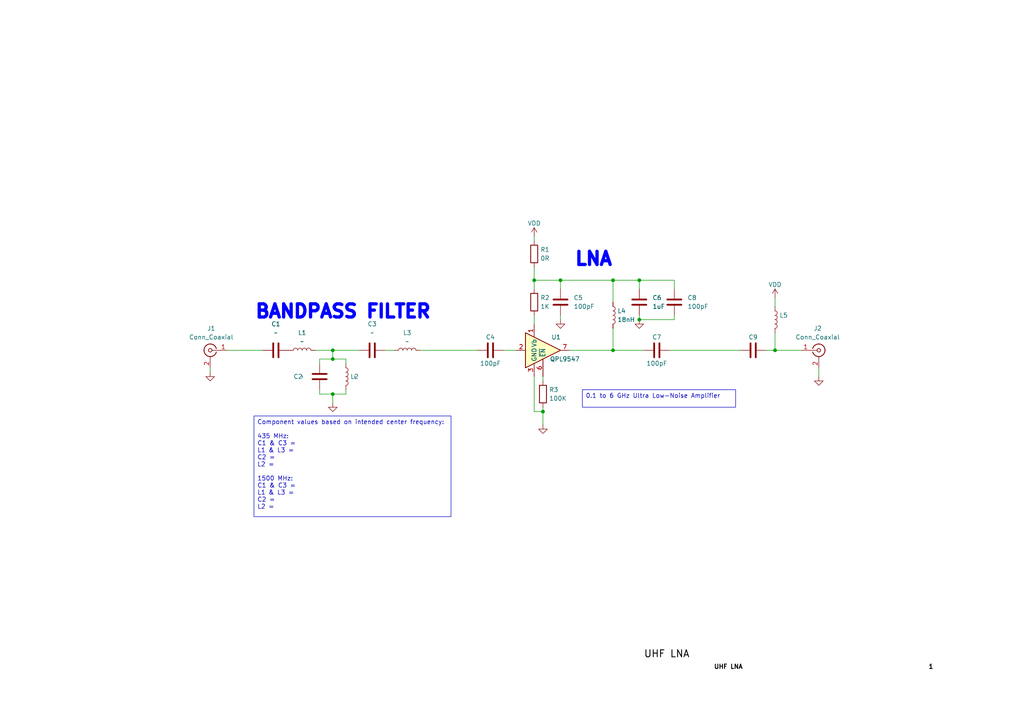
<source format=kicad_sch>
(kicad_sch (version 20230121) (generator eeschema)
  (paper "A4")
  (lib_symbols
    (symbol "Connector:Conn_Coaxial" (pin_names (offset 1.016) hide)
      (property "Reference" "J" (at 0.254 3.048 0))
      (property "Value" "Conn_Coaxial" (at 2.921 0 90))
      (symbol "Conn_Coaxial_0_1"
        (arc (start -1.778 -0.508) (mid 0.2311 -1.8066) (end 1.778 0) (stroke (width 0.254)))
        (polyline (pts (xy -2.54 0) (xy -0.508 0)))
        (polyline (pts (xy 0 -2.54) (xy 0 -1.778)))
        (circle (center 0 0) (radius 0.508) (stroke (width 0.2032)))
        (arc (start 1.778 0) (mid 0.2099 1.8101) (end -1.778 0.508) (stroke (width 0.254)))
      )
      (symbol "Conn_Coaxial_1_1"
        (pin passive line (at -5.08 0 0) (length 2.54) (name "In") (number "1"))
        (pin passive line (at 0 -5.08 90) (length 2.54) (name "Ext") (number "2"))
      )
    )
    (symbol "Device:C" (pin_numbers hide) (pin_names (offset 0.254))
      (property "Reference" "C" (at 0.635 2.54 0))
      (property "Value" "C" (at 0.635 -2.54 0))
      (symbol "C_0_1"
        (polyline (pts (xy -2.032 -0.762) (xy 2.032 -0.762)) (stroke (width 0.508)))
        (polyline (pts (xy -2.032 0.762) (xy 2.032 0.762)) (stroke (width 0.508)))
      )
      (symbol "C_1_1"
        (pin passive line (at 0 3.81 270) (length 2.794) (name "~") (number "1"))
        (pin passive line (at 0 -3.81 90) (length 2.794) (name "~") (number "2"))
      )
    )
    (symbol "Device:L" (pin_numbers hide) (pin_names (offset 1.016) hide)
      (property "Reference" "L" (at -1.27 0 90))
      (property "Value" "L" (at 1.905 0 90))
      (symbol "L_0_1"
        (arc (start 0 -2.54) (mid 0.6323 -1.905) (end 0 -1.27))
        (arc (start 0 -1.27) (mid 0.6323 -0.635) (end 0 0))
        (arc (start 0 0) (mid 0.6323 0.635) (end 0 1.27))
        (arc (start 0 1.27) (mid 0.6323 1.905) (end 0 2.54))
      )
      (symbol "L_1_1"
        (pin passive line (at 0 3.81 270) (length 1.27) (name "1") (number "1"))
        (pin passive line (at 0 -3.81 90) (length 1.27) (name "2") (number "2"))
      )
    )
    (symbol "Device:R" (pin_numbers hide) (pin_names (offset 0))
      (property "Reference" "R" (at 2.032 0 90))
      (property "Value" "R" (at 0 0 90))
      (symbol "R_0_1"
        (rectangle (start -1.016 -2.54) (end 1.016 2.54) (stroke (width 0.254)))
      )
      (symbol "R_1_1"
        (pin passive line (at 0 3.81 270) (length 1.27) (name "~") (number "1"))
        (pin passive line (at 0 -3.81 90) (length 1.27) (name "~") (number "2"))
      )
    )
    (symbol "RF_Amplifier:QPL9547"
      (property "Reference" "U" (at 1.27 10.16 0))
      (property "Value" "QPL9547" (at 5.08 5.08 0))
      (symbol "QPL9547_0_1"
        (polyline (pts (xy 5.08 0) (xy -5.08 5.08) (xy -5.08 -5.08) (xy 5.08 0)) (stroke (width 0.254)) (fill (type background)))
      )
      (symbol "QPL9547_1_1"
        (pin power_in line (at -2.54 7.62 270) (length 3.81) (name "Vb") (number "1"))
        (pin input line (at -7.62 0 0) (length 2.54) (name "~") (number "2"))
        (pin power_in line (at -2.54 -7.62 90) (length 3.81) (name "GND") (number "3"))
        (pin passive line (at -2.54 -7.62 90) (length 3.81) hide (name "GND") (number "4"))
        (pin passive line (at -2.54 -7.62 90) (length 3.81) hide (name "GND") (number "5"))
        (pin passive line (at 0 -7.62 90) (length 5.08) (name "~{EN}") (number "6"))
        (pin output line (at 7.62 0 180) (length 2.54) (name "~") (number "7"))
        (pin passive line (at -2.54 -7.62 90) (length 3.81) hide (name "GND") (number "8"))
        (pin passive line (at -2.54 -7.62 90) (length 3.81) hide (name "GND") (number "9"))
      )
    )
    (symbol "power:GND" (power) (pin_numbers hide) (pin_names (offset 0) hide)
      (property "Value" "GND" (at 0 -3.81 0))
      (symbol "GND_0_1"
        (polyline (pts (xy 0 0) (xy 0 -1.27) (xy 1.27 -1.27) (xy 0 -2.54) (xy -1.27 -1.27) (xy 0 -1.27)))
      )
      (symbol "GND_1_1"
        (pin power_in line (at 0 0 270) (length 0) hide (name "GND") (number "1"))
      )
    )
    (symbol "power:VDD" (power) (pin_numbers hide) (pin_names (offset 0) hide)
      (property "Value" "VDD" (at 0 3.81 0))
      (symbol "VDD_0_1"
        (polyline (pts (xy -0.762 1.27) (xy 0 2.54)))
        (polyline (pts (xy 0 0) (xy 0 2.54)))
        (polyline (pts (xy 0 2.54) (xy 0.762 1.27)))
      )
      (symbol "VDD_1_1"
        (pin power_in line (at 0 0 90) (length 0) hide (name "VDD") (number "1"))
      )
    )
  )
  (junction (at 224.79 101.6))
  (junction (at 96.52 101.6))
  (junction (at 157.48 119.38))
  (junction (at 162.56 81.28))
  (junction (at 185.42 81.28))
  (junction (at 96.52 114.3))
  (junction (at 177.8 81.28))
  (junction (at 177.8 101.6))
  (junction (at 96.52 104.14))
  (junction (at 154.94 81.28))
  (junction (at 185.42 92.71))
  (wire (pts (xy 146.05 101.6) (xy 149.86 101.6)))
  (wire (pts (xy 195.58 81.28) (xy 185.42 81.28)))
  (wire (pts (xy 92.71 105.41) (xy 92.71 104.14)))
  (wire (pts (xy 177.8 87.63) (xy 177.8 81.28)))
  (wire (pts (xy 185.42 92.71) (xy 195.58 92.71)))
  (wire (pts (xy 154.94 77.47) (xy 154.94 81.28)))
  (wire (pts (xy 177.8 81.28) (xy 185.42 81.28)))
  (wire (pts (xy 177.8 101.6) (xy 186.69 101.6)))
  (wire (pts (xy 162.56 91.44) (xy 162.56 92.71)))
  (wire (pts (xy 96.52 104.14) (xy 96.52 101.6)))
  (wire (pts (xy 224.79 101.6) (xy 232.41 101.6)))
  (wire (pts (xy 100.33 104.14) (xy 96.52 104.14)))
  (wire (pts (xy 195.58 91.44) (xy 195.58 92.71)))
  (wire (pts (xy 194.31 101.6) (xy 214.63 101.6)))
  (wire (pts (xy 162.56 81.28) (xy 177.8 81.28)))
  (wire (pts (xy 154.94 81.28) (xy 162.56 81.28)))
  (wire (pts (xy 96.52 114.3) (xy 96.52 116.84)))
  (wire (pts (xy 154.94 119.38) (xy 157.48 119.38)))
  (wire (pts (xy 157.48 119.38) (xy 157.48 123.19)))
  (wire (pts (xy 100.33 113.03) (xy 100.33 114.3)))
  (wire (pts (xy 121.92 101.6) (xy 138.43 101.6)))
  (wire (pts (xy 60.96 106.68) (xy 60.96 107.95)))
  (wire (pts (xy 91.44 101.6) (xy 96.52 101.6)))
  (wire (pts (xy 96.52 101.6) (xy 104.14 101.6)))
  (wire (pts (xy 165.1 101.6) (xy 177.8 101.6)))
  (wire (pts (xy 92.71 113.03) (xy 92.71 114.3)))
  (wire (pts (xy 92.71 104.14) (xy 96.52 104.14)))
  (wire (pts (xy 177.8 95.25) (xy 177.8 101.6)))
  (wire (pts (xy 237.49 106.68) (xy 237.49 109.22)))
  (wire (pts (xy 154.94 68.58) (xy 154.94 69.85)))
  (wire (pts (xy 185.42 91.44) (xy 185.42 92.71)))
  (wire (pts (xy 222.25 101.6) (xy 224.79 101.6)))
  (wire (pts (xy 195.58 81.28) (xy 195.58 83.82)))
  (wire (pts (xy 66.04 101.6) (xy 76.2 101.6)))
  (wire (pts (xy 100.33 114.3) (xy 96.52 114.3)))
  (wire (pts (xy 100.33 105.41) (xy 100.33 104.14)))
  (wire (pts (xy 162.56 81.28) (xy 162.56 83.82)))
  (wire (pts (xy 111.76 101.6) (xy 114.3 101.6)))
  (wire (pts (xy 157.48 118.11) (xy 157.48 119.38)))
  (wire (pts (xy 224.79 86.36) (xy 224.79 88.9)))
  (wire (pts (xy 157.48 109.22) (xy 157.48 110.49)))
  (wire (pts (xy 154.94 91.44) (xy 154.94 93.98)))
  (wire (pts (xy 154.94 109.22) (xy 154.94 119.38)))
  (wire (pts (xy 224.79 96.52) (xy 224.79 101.6)))
  (wire (pts (xy 92.71 114.3) (xy 96.52 114.3)))
  (wire (pts (xy 185.42 83.82) (xy 185.42 81.28)))
  (wire (pts (xy 154.94 83.82) (xy 154.94 81.28)))
  (text_box "Component values based on intended center frequency:\n\n435 MHz:\nC1 & C3 = \nL1 & L3 = \nC2 = \nL2 = \n\n1500 MHz:\nC1 & C3 = \nL1 & L3 = \nC2 = \nL2 = \n\n" (at 73.66 120.65 0) (size 57.15 29.21) (effects (font (size 1.27 1.27)) (justify left top)))
  (text_box "0.1 to 6 GHz Ultra Low-Noise Amplifier\n" (at 168.91 113.03 0) (size 44.45 5.08) (effects (font (size 1.27 1.27)) (justify left top)))
  (text "LNA" (at 166.37 77.47 0) (effects (font (size 3.81 3.81) (thickness 1.016) bold) (justify left bottom)))
  (text "1" (at 269.24 194.31 0) (effects (font (size 1.27 1.27) (thickness 0.254) bold) (justify left bottom)))
  (text "BANDPASS FILTER" (at 73.66 92.71 0) (effects (font (size 3.81 3.81) (thickness 1.016) bold) (justify left bottom)))
  (text "UHF LNA" (at 207.01 194.31 0) (effects (font (size 1.27 1.27) (thickness 0.254) bold) (justify left bottom)))
  (text "UHF LNA" (at 186.69 191.008 0) (effects (font (size 2.032 2.032) (thickness 0.254) bold) (justify left bottom)))
  (symbol (lib_id "Device:R") (at 154.94 87.63 0) (unit 1)
    (property "Reference" "R2" (at 156.718 86.36 0) (effects (justify left)))
    (property "Value" "1K" (at 156.718 88.9 0) (effects (justify left)))
  )
  (symbol (lib_id "Device:C") (at 162.56 87.63 0) (unit 1)
    (property "Reference" "C5" (at 166.37 86.36 0) (effects (justify left)))
    (property "Value" "100pF" (at 166.37 88.9 0) (effects (justify left)))
  )
  (symbol (lib_id "power:GND") (at 157.48 123.19 0) (unit 1)
    (property "Reference" "#PWR04" (effects hide))
    (property "Value" "GND" (effects hide))
  )
  (symbol (lib_id "power:GND") (at 237.49 109.22 0) (unit 1)
    (property "Reference" "#PWR07" (effects hide))
    (property "Value" "GND" (effects hide))
  )
  (symbol (lib_id "power:GND") (at 96.52 116.84 0) (unit 1)
    (property "Reference" "#PWR02" (effects hide))
    (property "Value" "GND" (effects hide))
  )
  (symbol (lib_id "power:GND") (at 185.42 92.71 0) (unit 1)
    (property "Reference" "#PWR06" (effects hide))
    (property "Value" "GND" (effects hide))
  )
  (symbol (lib_id "power:GND") (at 60.96 107.95 0) (unit 1)
    (property "Reference" "#PWR01" (effects hide))
    (property "Value" "GND" (effects hide))
  )
  (symbol (lib_id "Device:C") (at 92.71 109.22 180) (unit 1)
    (property "Reference" "C2" (at 85.09 109.22 0) (effects (justify right)))
    (property "Value" "~" (at 87.63 109.22 90))
  )
  (symbol (lib_id "Device:L") (at 177.8 91.44 0) (unit 1)
    (property "Reference" "L4" (at 179.07 90.17 0) (effects (justify left)))
    (property "Value" "18nH" (at 179.07 92.71 0) (effects (justify left)))
  )
  (symbol (lib_id "Device:C") (at 190.5 101.6 90) (unit 1)
    (property "Reference" "C7" (at 190.5 97.79 90))
    (property "Value" "100pF" (at 190.5 105.41 90))
  )
  (symbol (lib_id "Device:C") (at 195.58 87.63 0) (unit 1)
    (property "Reference" "C8" (at 199.39 86.36 0) (effects (justify left)))
    (property "Value" "100pF" (at 199.39 88.9 0) (effects (justify left)))
  )
  (symbol (lib_id "Connector:Conn_Coaxial") (at 237.49 101.6 0) (unit 1)
    (property "Reference" "J2" (at 237.1726 95.25 0))
    (property "Value" "Conn_Coaxial" (at 237.1726 97.79 0))
    (property "Datasheet" " ~" (effects hide))
  )
  (symbol (lib_id "Device:C") (at 80.01 101.6 90) (unit 1)
    (property "Reference" "C1" (at 80.01 93.98 90))
    (property "Value" "~" (at 80.01 96.52 90))
  )
  (symbol (lib_id "Device:L") (at 224.79 92.71 0) (unit 1)
    (property "Reference" "L5" (at 226.06 91.44 0) (effects (justify left)))
  )
  (symbol (lib_id "power:VDD") (at 154.94 68.58 0) (unit 1)
    (property "Reference" "#PWR03" (effects hide))
    (property "Value" "VDD" (at 154.94 64.77 0))
  )
  (symbol (lib_id "Device:C") (at 218.44 101.6 90) (unit 1)
    (property "Reference" "C9" (at 218.44 97.79 90))
  )
  (symbol (lib_id "Device:L") (at 100.33 109.22 0) (unit 1)
    (property "Reference" "L2" (at 101.6 109.22 0) (effects (justify left)))
    (property "Value" "~" (at 102.87 109.22 90))
  )
  (symbol (lib_id "Device:R") (at 157.48 114.3 0) (unit 1)
    (property "Reference" "R3" (at 159.258 113.03 0) (effects (justify left)))
    (property "Value" "100K" (at 159.258 115.57 0) (effects (justify left)))
  )
  (symbol (lib_id "power:VDD") (at 224.79 86.36 0) (unit 1)
    (property "Reference" "#PWR08" (effects hide))
    (property "Value" "VDD" (at 224.79 82.55 0))
  )
  (symbol (lib_id "Device:L") (at 87.63 101.6 90) (unit 1)
    (property "Reference" "L1" (at 87.63 96.52 90))
    (property "Value" "~" (at 87.63 99.06 90))
  )
  (symbol (lib_id "Device:C") (at 107.95 101.6 90) (unit 1)
    (property "Reference" "C3" (at 107.95 93.98 90))
    (property "Value" "~" (at 107.95 96.52 90))
  )
  (symbol (lib_id "Device:R") (at 154.94 73.66 0) (unit 1)
    (property "Reference" "R1" (at 156.718 72.39 0) (effects (justify left)))
    (property "Value" "0R" (at 156.718 74.93 0) (effects (justify left)))
  )
  (symbol (lib_id "Connector:Conn_Coaxial") (at 60.96 101.6 0) (mirror y) (unit 1)
    (property "Reference" "J1" (at 61.2774 95.25 0))
    (property "Value" "Conn_Coaxial" (at 61.2774 97.79 0))
    (property "Datasheet" " ~" (effects hide))
  )
  (symbol (lib_id "Device:L") (at 118.11 101.6 90) (unit 1)
    (property "Reference" "L3" (at 118.11 96.52 90))
    (property "Value" "~" (at 118.11 99.06 90))
  )
  (symbol (lib_id "power:GND") (at 162.56 92.71 0) (unit 1)
    (property "Reference" "#PWR05" (effects hide))
    (property "Value" "GND" (effects hide))
  )
  (symbol (lib_id "RF_Amplifier:QPL9547") (at 157.48 101.6 0) (unit 1)
    (property "Reference" "U1" (at 161.29 97.79 0))
    (property "Value" "QPL9547" (at 163.83 104.14 0))
    (property "Footprint" "Package_DFN_QFN:DFN-8-1EP_2x2mm_P0.5mm_EP0.8x1.6mm" (effects hide))
    (property "Datasheet" "https://www.qorvo.com/products/d/da007268" (effects hide))
  )
  (symbol (lib_id "Device:C") (at 185.42 87.63 0) (unit 1)
    (property "Reference" "C6" (at 189.23 86.36 0) (effects (justify left)))
    (property "Value" "1uF" (at 189.23 88.9 0) (effects (justify left)))
  )
  (symbol (lib_id "Device:C") (at 142.24 101.6 90) (unit 1)
    (property "Reference" "C4" (at 142.24 97.79 90))
    (property "Value" "100pF" (at 142.24 105.41 90))
  )
)
</source>
